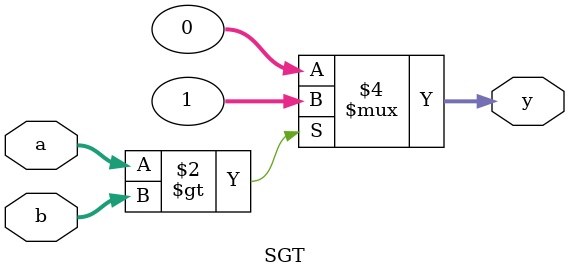
<source format=v>
module _inv(a,y);
	//set input output
	input a;
	output y;
	//assign y
	assign y=~a;
endmodule
	

//2-input nand gate
module _nand2(a,b,y);
	//set input output
	input a,b;
	output y;
	//assign y
	assign y=~(a&b);
endmodule


//2-input and gate
module _and2(a,b,y);
	//set input output
	input a,b;
	output y;
	//assign y
	assign y= a&b;
endmodule


//2-input or gate
module _or2(a,b,y);
	//set input output	
	input a,b;
	output y;
	//assign y
	assign y=a|b;
endmodule



//2-input xor gate
module _xor2(a,b,y);
	//set input output	
	input a,b;
	output y;
	//declare wires to implement
	wire i0, i1;
	wire w0, w1;
	// calculate of 2-input xor gate according to Karnaugh map
	_inv U0_inv (.a(a), .y(i0));
	_inv U1_inv (.a(b), .y(i1));
	_and2 U2_and2 (.a(i0),.b(b),.y(w0));
	_and2 U3_and2 (.a(a),.b(i1),.y(w1));
	_or2 U4_or2 (.a(w0),.b(w1),.y(y));
endmodule


//3-input and gate
module _and3(a,b,c,y);
	//set input output
	input a,b,c;
	output y;
	//assign y
	assign y=a&b&c;
endmodule

//4-input and gate
module _and4(a,b,c,d,y);
	//set input output
	input a,b,c,d;
	output y;
	//assign y
	assign y=a&b&c&d;
endmodule

//5-input and gate
module _and5(a,b,c,d,e,y);
	//set input output
	input a,b,c,d,e;
	output y;
	//assign y;
	assign y=a&b&c&d&e;
endmodule

//3-input or gate
module _or3(a,b,c,y);
	//set input output
	input a,b,c;
	output y;
	//assign y
	assign y=a|b|c;
endmodule

//4-input or gate
module _or4(a,b,c,d,y);
	//set input output
	input a,b,c,d;
	output y;
	//assign y
	assign y=a|b|c|d;
endmodule

//5-input or gate
module _or5(a,b,c,d,e,y);
	//set input output
	input a,b,c,d,e;
	output y;
	//assign y
	assign y=a|b|c|d|e;
endmodule

//4bits inverter
module _inv_4bits(a,y);
	input [3:0] a;
	output[3:0] y;
	assign y=~a;
endmodule

//4bits 2input and gate
module _and2_4bits(a,b,y);
	input [3:0] a,b;
	output [3:0] y;
	assign y=a&b;
endmodule

	
//4bits 2input or gate
module _or2_4bits(a,b,y);
	input [3:0] a,b;
	output [3:0] y;
	assign y=a|b;
endmodule
	
	
//4bits 2input xor gate
module _xor2_4bits(a,b,y);
	input [3:0] a,b;
	output [3:0]y;
	_xor2 U0_xor2(.a(a[0]),.b(b[0]),.y(y[0]));
	_xor2 U1_xor2(.a(a[1]),.b(b[1]),.y(y[1]));
	_xor2 U2_xor2(.a(a[2]),.b(b[2]),.y(y[2]));
	_xor2 U3_xor2(.a(a[3]),.b(b[3]),.y(y[3]));
endmodule
	
//4bits 2input xnor gate
module _xnor2_4bits(a,b,y);
	input [3:0] a,b;
	output [3:0] y;
	wire[3:0] w0;
	_xor2_4bits U0_xor2_4bits(.a(a),.b(b),.y(w0));
	_inv_4bits U1_inv_4bits(.a(w0),.y(y));
endmodule
//32bits inverter gate
module _inv_32bits(a,y);
	input [31:0] a;
	output [31:0] y;
	assign y=~a;
endmodule

//32bits 2-input and gate
module _and2_32bits(a,b,y);
	input [31:0] a,b;
	output [31:0] y;
	assign y=a&b;
endmodule
//32bits 2-input or gate
module _or2_32bits(a,b,y);
	input [31:0] a,b;
	output [31:0] y;
	assign y=a|b;
endmodule
//32bits 2-input xor gate
module _xor2_32bits(a,b,y);
	input [31:0] a,b;
	output [31:0] y;
	//assign 4bits xor 8times
	_xor2_4bits U0_xor2_4bits(.a(a[3:0]),		.b(b[3:0]),		.y(y[3:0]));
	_xor2_4bits U1_xor2_4bits(.a(a[7:4]),		.b(b[7:4]),		.y(y[7:4]));
	_xor2_4bits U2_xor2_4bits(.a(a[11:8]),		.b(b[11:8]),	.y(y[11:8]));
	_xor2_4bits U3_xor2_4bits(.a(a[15:12]),	.b(b[15:12]),	.y(y[15:12]));
	_xor2_4bits U4_xor2_4bits(.a(a[19:16]),	.b(b[19:16]),	.y(y[19:16]));
	_xor2_4bits U5_xor2_4bits(.a(a[23:20]),	.b(b[23:20]),	.y(y[23:20]));
	_xor2_4bits U6_xor2_4bits(.a(a[27:24]),	.b(b[27:24]),	.y(y[27:24]));
	_xor2_4bits U7_xor2_4bits(.a(a[31:28]),	.b(b[31:28]),	.y(y[31:28]));
	
endmodule
//32bits 2-input xnor gate
module _xnor2_32bits(a,b,y);
	input [31:0] a,b;
	output [31:0] y;
	//assign 4bits xnor 8times
	_xnor2_4bits U0_xnor2_4bits(.a(a[3:0]),	.b(b[3:0]),		.y(y[3:0]));
	_xnor2_4bits U1_xnor2_4bits(.a(a[7:4]),	.b(b[7:4]),		.y(y[7:4]));
	_xnor2_4bits U2_xnor2_4bits(.a(a[11:8]),	.b(b[11:8]),	.y(y[11:8]));
	_xnor2_4bits U3_xnor2_4bits(.a(a[15:12]),	.b(b[15:12]),	.y(y[15:12]));
	_xnor2_4bits U4_xnor2_4bits(.a(a[19:16]),	.b(b[19:16]),	.y(y[19:16]));
	_xnor2_4bits U5_xnor2_4bits(.a(a[23:20]),	.b(b[23:20]),	.y(y[23:20]));
	_xnor2_4bits U6_xnor2_4bits(.a(a[27:24]),	.b(b[27:24]),	.y(y[27:24]));
	_xnor2_4bits U7_xnor2_4bits(.a(a[31:28]),	.b(b[31:28]),	.y(y[31:28]));
	
endmodule

module SLT(a,b,y);
	input[31:0] a,b;
	output reg[31:0] y;
	always@(a,b)
	begin
		if(a<b)
			y=32'b1;
		else
			y=32'b0;
	end
endmodule

module SGT(a,b,y);
	input[31:0] a,b;
	output reg [31:0]y;
	always@(a,b)
	begin
		if(a>b)
			y=32'b1;
		else
			y=32'b0;
	end
endmodule



</source>
